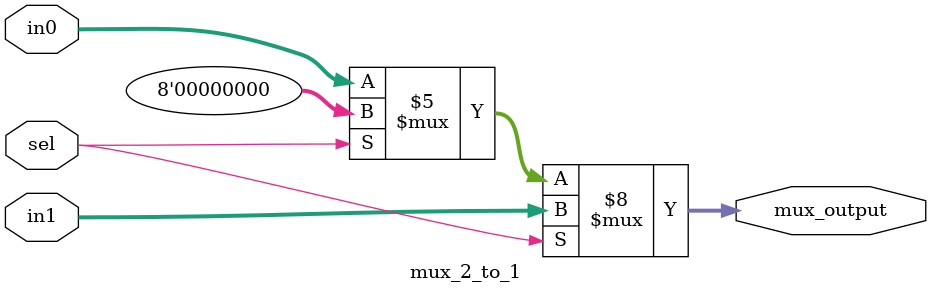
<source format=v>
module mux_2_to_1 #(parameter bit_width=8) (
    input [bit_width-1:0] in0,
    input [bit_width-1:0] in1,
    input sel,
    output reg [bit_width-1:0] mux_output);

    always@(*)
        if (sel==1'b1)            
            mux_output <= in1;
        else if (sel==1'b0)
            mux_output <= in0; 
        else 
             mux_output <= 4'b0000;              
        
endmodule
</source>
